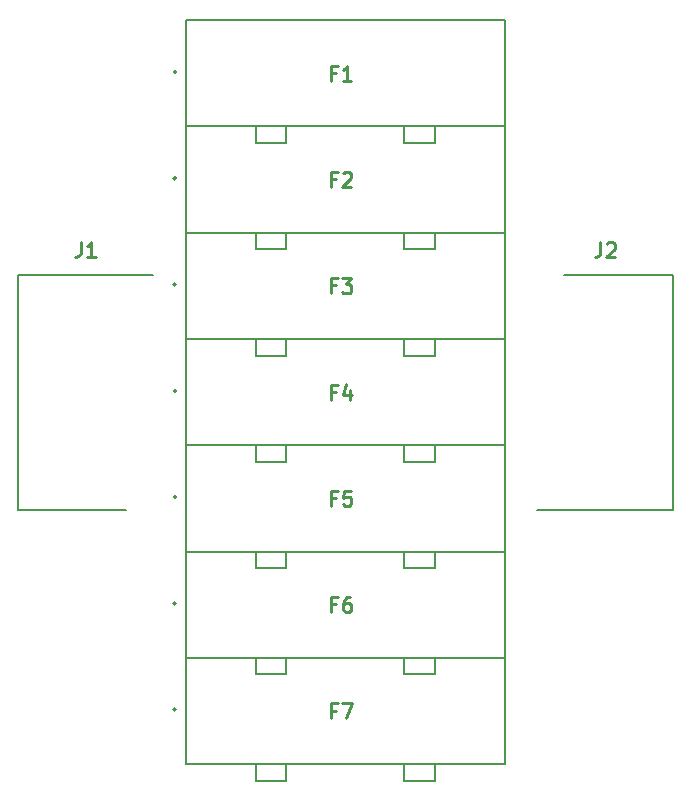
<source format=gto>
G04 #@! TF.GenerationSoftware,KiCad,Pcbnew,(6.0.9)*
G04 #@! TF.CreationDate,2023-02-13T08:52:12+09:00*
G04 #@! TF.ProjectId,AMS_Fuse,414d535f-4675-4736-952e-6b696361645f,rev?*
G04 #@! TF.SameCoordinates,Original*
G04 #@! TF.FileFunction,Legend,Top*
G04 #@! TF.FilePolarity,Positive*
%FSLAX46Y46*%
G04 Gerber Fmt 4.6, Leading zero omitted, Abs format (unit mm)*
G04 Created by KiCad (PCBNEW (6.0.9)) date 2023-02-13 08:52:12*
%MOMM*%
%LPD*%
G01*
G04 APERTURE LIST*
%ADD10C,0.254000*%
%ADD11C,0.200000*%
G04 APERTURE END LIST*
D10*
G04 #@! TO.C,F6*
X137177976Y-113959065D02*
X136754643Y-113959065D01*
X136754643Y-114624303D02*
X136754643Y-113354303D01*
X137359405Y-113354303D01*
X138387500Y-113354303D02*
X138145595Y-113354303D01*
X138024643Y-113414780D01*
X137964167Y-113475256D01*
X137843214Y-113656684D01*
X137782738Y-113898589D01*
X137782738Y-114382399D01*
X137843214Y-114503351D01*
X137903690Y-114563827D01*
X138024643Y-114624303D01*
X138266548Y-114624303D01*
X138387500Y-114563827D01*
X138447976Y-114503351D01*
X138508452Y-114382399D01*
X138508452Y-114080018D01*
X138447976Y-113959065D01*
X138387500Y-113898589D01*
X138266548Y-113838113D01*
X138024643Y-113838113D01*
X137903690Y-113898589D01*
X137843214Y-113959065D01*
X137782738Y-114080018D01*
G04 #@! TO.C,J1*
X115576666Y-83304523D02*
X115576666Y-84211666D01*
X115516190Y-84393095D01*
X115395238Y-84514047D01*
X115213809Y-84574523D01*
X115092857Y-84574523D01*
X116846666Y-84574523D02*
X116120952Y-84574523D01*
X116483809Y-84574523D02*
X116483809Y-83304523D01*
X116362857Y-83485952D01*
X116241904Y-83606904D01*
X116120952Y-83667380D01*
G04 #@! TO.C,J2*
X159576666Y-83304523D02*
X159576666Y-84211666D01*
X159516190Y-84393095D01*
X159395238Y-84514047D01*
X159213809Y-84574523D01*
X159092857Y-84574523D01*
X160120952Y-83425476D02*
X160181428Y-83365000D01*
X160302380Y-83304523D01*
X160604761Y-83304523D01*
X160725714Y-83365000D01*
X160786190Y-83425476D01*
X160846666Y-83546428D01*
X160846666Y-83667380D01*
X160786190Y-83848809D01*
X160060476Y-84574523D01*
X160846666Y-84574523D01*
G04 #@! TO.C,F5*
X137177976Y-104959065D02*
X136754643Y-104959065D01*
X136754643Y-105624303D02*
X136754643Y-104354303D01*
X137359405Y-104354303D01*
X138447976Y-104354303D02*
X137843214Y-104354303D01*
X137782738Y-104959065D01*
X137843214Y-104898589D01*
X137964167Y-104838113D01*
X138266548Y-104838113D01*
X138387500Y-104898589D01*
X138447976Y-104959065D01*
X138508452Y-105080018D01*
X138508452Y-105382399D01*
X138447976Y-105503351D01*
X138387500Y-105563827D01*
X138266548Y-105624303D01*
X137964167Y-105624303D01*
X137843214Y-105563827D01*
X137782738Y-105503351D01*
G04 #@! TO.C,F1*
X137177976Y-68959065D02*
X136754643Y-68959065D01*
X136754643Y-69624303D02*
X136754643Y-68354303D01*
X137359405Y-68354303D01*
X138508452Y-69624303D02*
X137782738Y-69624303D01*
X138145595Y-69624303D02*
X138145595Y-68354303D01*
X138024643Y-68535732D01*
X137903690Y-68656684D01*
X137782738Y-68717160D01*
G04 #@! TO.C,F2*
X137177976Y-77959065D02*
X136754643Y-77959065D01*
X136754643Y-78624303D02*
X136754643Y-77354303D01*
X137359405Y-77354303D01*
X137782738Y-77475256D02*
X137843214Y-77414780D01*
X137964167Y-77354303D01*
X138266548Y-77354303D01*
X138387500Y-77414780D01*
X138447976Y-77475256D01*
X138508452Y-77596208D01*
X138508452Y-77717160D01*
X138447976Y-77898589D01*
X137722262Y-78624303D01*
X138508452Y-78624303D01*
G04 #@! TO.C,F3*
X137177976Y-86959065D02*
X136754643Y-86959065D01*
X136754643Y-87624303D02*
X136754643Y-86354303D01*
X137359405Y-86354303D01*
X137722262Y-86354303D02*
X138508452Y-86354303D01*
X138085119Y-86838113D01*
X138266548Y-86838113D01*
X138387500Y-86898589D01*
X138447976Y-86959065D01*
X138508452Y-87080018D01*
X138508452Y-87382399D01*
X138447976Y-87503351D01*
X138387500Y-87563827D01*
X138266548Y-87624303D01*
X137903690Y-87624303D01*
X137782738Y-87563827D01*
X137722262Y-87503351D01*
G04 #@! TO.C,F7*
X137177976Y-122959065D02*
X136754643Y-122959065D01*
X136754643Y-123624303D02*
X136754643Y-122354303D01*
X137359405Y-122354303D01*
X137722262Y-122354303D02*
X138568929Y-122354303D01*
X138024643Y-123624303D01*
G04 #@! TO.C,F4*
X137177976Y-95959065D02*
X136754643Y-95959065D01*
X136754643Y-96624303D02*
X136754643Y-95354303D01*
X137359405Y-95354303D01*
X138387500Y-95777637D02*
X138387500Y-96624303D01*
X138085119Y-95293827D02*
X137782738Y-96200970D01*
X138568929Y-96200970D01*
D11*
G04 #@! TO.C,F6*
X124500000Y-118500000D02*
X124500000Y-109500000D01*
X143000000Y-119900000D02*
X145600000Y-119900000D01*
X130400000Y-119900000D02*
X133000000Y-119900000D01*
X151500000Y-118500000D02*
X124500000Y-118500000D01*
X124500000Y-109500000D02*
X151500000Y-109500000D01*
X133000000Y-119900000D02*
X133000000Y-118500000D01*
X151500000Y-109500000D02*
X151500000Y-118500000D01*
X145600000Y-119900000D02*
X145600000Y-118500000D01*
X143000000Y-118500000D02*
X143000000Y-119900000D01*
X130400000Y-118500000D02*
X130400000Y-119900000D01*
X123679580Y-113888000D02*
G75*
G03*
X123679580Y-113888000I-127580J0D01*
G01*
G04 #@! TO.C,J1*
X110250000Y-86050000D02*
X121750000Y-86050000D01*
X119450000Y-105950000D02*
X110250000Y-105950000D01*
X110250000Y-105950000D02*
X110250000Y-86050000D01*
G04 #@! TO.C,J2*
X165750000Y-86050000D02*
X165750000Y-105950000D01*
X165750000Y-105950000D02*
X154250000Y-105950000D01*
X156550000Y-86050000D02*
X165750000Y-86050000D01*
G04 #@! TO.C,F5*
X143000000Y-110900000D02*
X145600000Y-110900000D01*
X124500000Y-100500000D02*
X151500000Y-100500000D01*
X151500000Y-109500000D02*
X124500000Y-109500000D01*
X151500000Y-100500000D02*
X151500000Y-109500000D01*
X130400000Y-110900000D02*
X133000000Y-110900000D01*
X133000000Y-110900000D02*
X133000000Y-109500000D01*
X145600000Y-110900000D02*
X145600000Y-109500000D01*
X143000000Y-109500000D02*
X143000000Y-110900000D01*
X130400000Y-109500000D02*
X130400000Y-110900000D01*
X124500000Y-109500000D02*
X124500000Y-100500000D01*
X123679580Y-104888000D02*
G75*
G03*
X123679580Y-104888000I-127580J0D01*
G01*
G04 #@! TO.C,F1*
X124500000Y-73500000D02*
X124500000Y-64500000D01*
X133000000Y-74900000D02*
X133000000Y-73500000D01*
X145600000Y-74900000D02*
X145600000Y-73500000D01*
X143000000Y-74900000D02*
X145600000Y-74900000D01*
X130400000Y-74900000D02*
X133000000Y-74900000D01*
X151500000Y-64500000D02*
X151500000Y-73500000D01*
X130400000Y-73500000D02*
X130400000Y-74900000D01*
X151500000Y-73500000D02*
X124500000Y-73500000D01*
X124500000Y-64500000D02*
X151500000Y-64500000D01*
X143000000Y-73500000D02*
X143000000Y-74900000D01*
X123679580Y-68888000D02*
G75*
G03*
X123679580Y-68888000I-127580J0D01*
G01*
G04 #@! TO.C,F2*
X124500000Y-82500000D02*
X124500000Y-73500000D01*
X151500000Y-82500000D02*
X124500000Y-82500000D01*
X143000000Y-82500000D02*
X143000000Y-83900000D01*
X130400000Y-82500000D02*
X130400000Y-83900000D01*
X143000000Y-83900000D02*
X145600000Y-83900000D01*
X145600000Y-83900000D02*
X145600000Y-82500000D01*
X151500000Y-73500000D02*
X151500000Y-82500000D01*
X133000000Y-83900000D02*
X133000000Y-82500000D01*
X130400000Y-83900000D02*
X133000000Y-83900000D01*
X124500000Y-73500000D02*
X151500000Y-73500000D01*
X123679580Y-77888000D02*
G75*
G03*
X123679580Y-77888000I-127580J0D01*
G01*
G04 #@! TO.C,F3*
X130400000Y-91500000D02*
X130400000Y-92900000D01*
X145600000Y-92900000D02*
X145600000Y-91500000D01*
X143000000Y-92900000D02*
X145600000Y-92900000D01*
X133000000Y-92900000D02*
X133000000Y-91500000D01*
X143000000Y-91500000D02*
X143000000Y-92900000D01*
X124500000Y-82500000D02*
X151500000Y-82500000D01*
X151500000Y-82500000D02*
X151500000Y-91500000D01*
X130400000Y-92900000D02*
X133000000Y-92900000D01*
X124500000Y-91500000D02*
X124500000Y-82500000D01*
X151500000Y-91500000D02*
X124500000Y-91500000D01*
X123679580Y-86888000D02*
G75*
G03*
X123679580Y-86888000I-127580J0D01*
G01*
G04 #@! TO.C,F7*
X143000000Y-127500000D02*
X143000000Y-128900000D01*
X130400000Y-127500000D02*
X130400000Y-128900000D01*
X143000000Y-128900000D02*
X145600000Y-128900000D01*
X145600000Y-128900000D02*
X145600000Y-127500000D01*
X124500000Y-118500000D02*
X151500000Y-118500000D01*
X130400000Y-128900000D02*
X133000000Y-128900000D01*
X151500000Y-127500000D02*
X124500000Y-127500000D01*
X133000000Y-128900000D02*
X133000000Y-127500000D01*
X124500000Y-127500000D02*
X124500000Y-118500000D01*
X151500000Y-118500000D02*
X151500000Y-127500000D01*
X123679580Y-122888000D02*
G75*
G03*
X123679580Y-122888000I-127580J0D01*
G01*
G04 #@! TO.C,F4*
X133000000Y-101900000D02*
X133000000Y-100500000D01*
X124500000Y-100500000D02*
X124500000Y-91500000D01*
X143000000Y-100500000D02*
X143000000Y-101900000D01*
X130400000Y-100500000D02*
X130400000Y-101900000D01*
X151500000Y-100500000D02*
X124500000Y-100500000D01*
X145600000Y-101900000D02*
X145600000Y-100500000D01*
X143000000Y-101900000D02*
X145600000Y-101900000D01*
X130400000Y-101900000D02*
X133000000Y-101900000D01*
X151500000Y-91500000D02*
X151500000Y-100500000D01*
X124500000Y-91500000D02*
X151500000Y-91500000D01*
X123679580Y-95888000D02*
G75*
G03*
X123679580Y-95888000I-127580J0D01*
G01*
G04 #@! TD*
M02*

</source>
